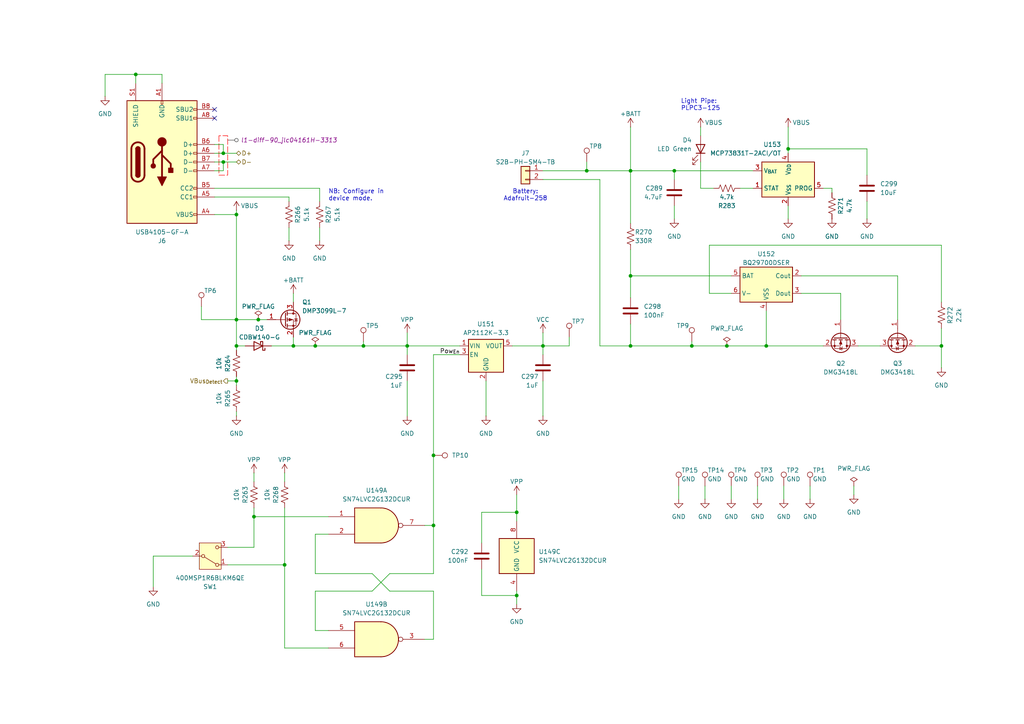
<source format=kicad_sch>
(kicad_sch (version 20250114) (generator "eeschema") (generator_version "9.0")
  (paper "A4")
  (title_block (title "Extracellular Electrophysiology Test Board") (rev "C") (company "Open Ephys, Inc") (comment 1 "Jonathan P. Newman"))
  (lib_symbols
    (symbol "74xGxx:74LVC2G00"
      (property "Reference" "U" (at 2.54 7.62 0))
      (property "Value" "74LVC2G00" (at 7.62 -7.62 0))
      (symbol "74LVC2G00_1_1"
        (arc (start 0 5.08) (mid 5.0579 0) (end 0 -5.08) (stroke (width 0.254)) (fill (type background)))
        (polyline (pts (xy 0 -5.08) (xy -7.62 -5.08) (xy -7.62 5.08) (xy 0 5.08)) (stroke (width 0.254)) (fill (type background)))
        (pin input line (at -15.24 2.54 0) (length 7.62) (name "~") (number "1"))
        (pin input line (at -15.24 -2.54 0) (length 7.62) (name "~") (number "2"))
        (pin output inverted (at 12.7 0 180) (length 7.62) (name "~") (number "7"))
      )
      (symbol "74LVC2G00_2_1"
        (arc (start 0 5.08) (mid 5.0579 0) (end 0 -5.08) (stroke (width 0.254)) (fill (type background)))
        (polyline (pts (xy 0 -5.08) (xy -7.62 -5.08) (xy -7.62 5.08) (xy 0 5.08)) (stroke (width 0.254)) (fill (type background)))
        (pin input line (at -15.24 2.54 0) (length 7.62) (name "~") (number "5"))
        (pin input line (at -15.24 -2.54 0) (length 7.62) (name "~") (number "6"))
        (pin output inverted (at 12.7 0 180) (length 7.62) (name "~") (number "3"))
      )
      (symbol "74LVC2G00_3_0"
        (rectangle (start -5.08 -5.08) (end 5.08 5.08) (stroke (width 0.254)) (fill (type background)))
      )
      (symbol "74LVC2G00_3_1"
        (pin power_in line (at 0 10.16 270) (length 5.08) (name "VCC") (number "8"))
        (pin power_in line (at 0 -10.16 90) (length 5.08) (name "GND") (number "4"))
      )
    )
    (symbol "Battery_Management:BQ297xy"
      (property "Reference" "U" (at -6.35 6.35 0))
      (property "Value" "BQ297xy" (at 5.08 -6.35 0))
      (symbol "BQ297xy_0_1"
        (rectangle (start -7.62 5.08) (end 7.62 -5.08) (stroke (width 0.254)) (fill (type background)))
      )
      (symbol "BQ297xy_1_1"
        (pin input line (at -10.16 2.54 0) (length 2.54) (name "BAT") (number "5"))
        (pin input line (at -10.16 -2.54 0) (length 2.54) (name "V-") (number "6"))
        (pin power_in line (at 0 -7.62 90) (length 2.54) (name "VSS") (number "4"))
        (pin no_connect line (at 7.62 0 180) (length 2.54) (hide yes) (name "NC") (number "1"))
        (pin output line (at 10.16 2.54 180) (length 2.54) (name "Cout") (number "2"))
        (pin output line (at 10.16 -2.54 180) (length 2.54) (name "Dout") (number "3"))
      )
    )
    (symbol "Battery_Management:MCP73831-2-OT"
      (property "Reference" "U" (at -7.62 6.35 0))
      (property "Value" "MCP73831-2-OT" (at 1.27 6.35 0))
      (symbol "MCP73831-2-OT_0_1"
        (rectangle (start -7.62 5.08) (end 7.62 -5.08) (stroke (width 0.254)) (fill (type background)))
      )
      (symbol "MCP73831-2-OT_1_1"
        (pin input line (at -10.16 -2.54 0) (length 2.54) (name "PROG") (number "5"))
        (pin power_in line (at 0 7.62 270) (length 2.54) (name "V_{DD}") (number "4"))
        (pin power_in line (at 0 -7.62 90) (length 2.54) (name "V_{SS}") (number "2"))
        (pin power_out line (at 10.16 2.54 180) (length 2.54) (name "V_{BAT}") (number "3"))
        (pin tri_state line (at 10.16 -2.54 180) (length 2.54) (name "STAT") (number "1"))
      )
    )
    (symbol "Connector:TestPoint" (pin_numbers (hide yes)) (pin_names (offset 0.762) (hide yes))
      (property "Reference" "TP" (at 0 6.858 0))
      (property "Value" "TestPoint" (at 0 5.08 0))
      (symbol "TestPoint_0_1"
        (circle (center 0 3.302) (radius 0.762))
      )
      (symbol "TestPoint_1_1"
        (pin passive line (at 0 0 90) (length 2.54) (name "1") (number "1"))
      )
    )
    (symbol "Connector:USB_C_Receptacle_USB2.0_16P" (pin_names (offset 1.016))
      (property "Reference" "J" (at 0 22.225 0))
      (property "Value" "USB_C_Receptacle_USB2.0_16P" (at 0 19.685 0))
      (symbol "USB_C_Receptacle_USB2.0_16P_0_0"
        (rectangle (start -0.254 -17.78) (end 0.254 -16.764))
        (rectangle (start 10.16 15.494) (end 9.144 14.986))
        (rectangle (start 10.16 10.414) (end 9.144 9.906))
        (rectangle (start 10.16 7.874) (end 9.144 7.366))
        (rectangle (start 10.16 2.794) (end 9.144 2.286))
        (rectangle (start 10.16 0.254) (end 9.144 -0.254))
        (rectangle (start 10.16 -2.286) (end 9.144 -2.794))
        (rectangle (start 10.16 -4.826) (end 9.144 -5.334))
        (rectangle (start 10.16 -12.446) (end 9.144 -12.954))
        (rectangle (start 10.16 -14.986) (end 9.144 -15.494))
      )
      (symbol "USB_C_Receptacle_USB2.0_16P_0_1"
        (rectangle (start -10.16 17.78) (end 10.16 -17.78) (stroke (width 0.254)) (fill (type background)))
        (polyline (pts (xy -8.89 -3.81) (xy -8.89 3.81)) (stroke (width 0.508)))
        (rectangle (start -7.62 -3.81) (end -6.35 3.81) (stroke (width 0.254)) (fill (type outline)))
        (arc (start -7.62 3.81) (mid -6.985 4.4423) (end -6.35 3.81) (stroke (width 0.254)))
        (arc (start -7.62 3.81) (mid -6.985 4.4423) (end -6.35 3.81) (stroke (width 0.254)) (fill (type outline)))
        (arc (start -8.89 3.81) (mid -6.985 5.7067) (end -5.08 3.81) (stroke (width 0.508)))
        (arc (start -5.08 -3.81) (mid -6.985 -5.7067) (end -8.89 -3.81) (stroke (width 0.508)))
        (arc (start -6.35 -3.81) (mid -6.985 -4.4423) (end -7.62 -3.81) (stroke (width 0.254)))
        (arc (start -6.35 -3.81) (mid -6.985 -4.4423) (end -7.62 -3.81) (stroke (width 0.254)) (fill (type outline)))
        (polyline (pts (xy -5.08 3.81) (xy -5.08 -3.81)) (stroke (width 0.508)))
        (circle (center -2.54 1.143) (radius 0.635) (stroke (width 0.254)) (fill (type outline)))
        (polyline (pts (xy -1.27 4.318) (xy 0 6.858) (xy 1.27 4.318) (xy -1.27 4.318)) (stroke (width 0.254)) (fill (type outline)))
        (polyline (pts (xy 0 -2.032) (xy 2.54 0.508) (xy 2.54 1.778)) (stroke (width 0.508)))
        (polyline (pts (xy 0 -3.302) (xy -2.54 -0.762) (xy -2.54 0.508)) (stroke (width 0.508)))
        (polyline (pts (xy 0 -5.842) (xy 0 4.318)) (stroke (width 0.508)))
        (circle (center 0 -5.842) (radius 1.27) (fill (type outline)))
        (rectangle (start 1.905 1.778) (end 3.175 3.048) (stroke (width 0.254)) (fill (type outline)))
      )
      (symbol "USB_C_Receptacle_USB2.0_16P_1_1"
        (pin passive line (at -7.62 -22.86 90) (length 5.08) (name "SHIELD") (number "S1"))
        (pin passive line (at 0 -22.86 90) (length 5.08) (name "GND") (number "A1"))
        (pin passive line (at 0 -22.86 90) (length 5.08) (hide yes) (name "GND") (number "A12"))
        (pin passive line (at 0 -22.86 90) (length 5.08) (hide yes) (name "GND") (number "B1"))
        (pin passive line (at 0 -22.86 90) (length 5.08) (hide yes) (name "GND") (number "B12"))
        (pin passive line (at 15.24 15.24 180) (length 5.08) (name "VBUS") (number "A4"))
        (pin passive line (at 15.24 15.24 180) (length 5.08) (hide yes) (name "VBUS") (number "A9"))
        (pin passive line (at 15.24 15.24 180) (length 5.08) (hide yes) (name "VBUS") (number "B4"))
        (pin passive line (at 15.24 15.24 180) (length 5.08) (hide yes) (name "VBUS") (number "B9"))
        (pin bidirectional line (at 15.24 10.16 180) (length 5.08) (name "CC1") (number "A5"))
        (pin bidirectional line (at 15.24 7.62 180) (length 5.08) (name "CC2") (number "B5"))
        (pin bidirectional line (at 15.24 2.54 180) (length 5.08) (name "D-") (number "A7"))
        (pin bidirectional line (at 15.24 0 180) (length 5.08) (name "D-") (number "B7"))
        (pin bidirectional line (at 15.24 -2.54 180) (length 5.08) (name "D+") (number "A6"))
        (pin bidirectional line (at 15.24 -5.08 180) (length 5.08) (name "D+") (number "B6"))
        (pin bidirectional line (at 15.24 -12.7 180) (length 5.08) (name "SBU1") (number "A8"))
        (pin bidirectional line (at 15.24 -15.24 180) (length 5.08) (name "SBU2") (number "B8"))
      )
    )
    (symbol "Connector_Generic:Conn_01x02" (pin_names (offset 1.016) (hide yes))
      (property "Reference" "J" (at 0 2.54 0))
      (property "Value" "Conn_01x02" (at 0 -5.08 0))
      (symbol "Conn_01x02_1_1"
        (rectangle (start -1.27 1.27) (end 1.27 -3.81) (stroke (width 0.254)) (fill (type background)))
        (rectangle (start -1.27 0.127) (end 0 -0.127) (stroke (width 0.1524)))
        (rectangle (start -1.27 -2.413) (end 0 -2.667) (stroke (width 0.1524)))
        (pin passive line (at -5.08 0 0) (length 3.81) (name "Pin_1") (number "1"))
        (pin passive line (at -5.08 -2.54 0) (length 3.81) (name "Pin_2") (number "2"))
      )
    )
    (symbol "Device:C" (pin_numbers (hide yes)) (pin_names (offset 0.254))
      (property "Reference" "C" (at 0.635 2.54 0))
      (property "Value" "C" (at 0.635 -2.54 0))
      (symbol "C_0_1"
        (polyline (pts (xy -2.032 0.762) (xy 2.032 0.762)) (stroke (width 0.508)))
        (polyline (pts (xy -2.032 -0.762) (xy 2.032 -0.762)) (stroke (width 0.508)))
      )
      (symbol "C_1_1"
        (pin passive line (at 0 3.81 270) (length 2.794) (name "~") (number "1"))
        (pin passive line (at 0 -3.81 90) (length 2.794) (name "~") (number "2"))
      )
    )
    (symbol "Device:D_Schottky" (pin_numbers (hide yes)) (pin_names (offset 1.016) (hide yes))
      (property "Reference" "D" (at 0 2.54 0))
      (property "Value" "D_Schottky" (at 0 -2.54 0))
      (symbol "D_Schottky_0_1"
        (polyline (pts (xy -1.905 0.635) (xy -1.905 1.27) (xy -1.27 1.27) (xy -1.27 -1.27) (xy -0.635 -1.27) (xy -0.635 -0.635)) (stroke (width 0.254)))
        (polyline (pts (xy 1.27 1.27) (xy 1.27 -1.27) (xy -1.27 0) (xy 1.27 1.27)) (stroke (width 0.254)))
        (polyline (pts (xy 1.27 0) (xy -1.27 0)))
      )
      (symbol "D_Schottky_1_1"
        (pin passive line (at -3.81 0 0) (length 2.54) (name "K") (number "1"))
        (pin passive line (at 3.81 0 180) (length 2.54) (name "A") (number "2"))
      )
    )
    (symbol "Device:LED" (pin_numbers (hide yes)) (pin_names (offset 1.016) (hide yes))
      (property "Reference" "D" (at 0 2.54 0))
      (property "Value" "LED" (at 0 -2.54 0))
      (symbol "LED_0_1"
        (polyline (pts (xy -3.048 -0.762) (xy -4.572 -2.286) (xy -3.81 -2.286) (xy -4.572 -2.286) (xy -4.572 -1.524)))
        (polyline (pts (xy -1.778 -0.762) (xy -3.302 -2.286) (xy -2.54 -2.286) (xy -3.302 -2.286) (xy -3.302 -1.524)))
        (polyline (pts (xy -1.27 0) (xy 1.27 0)))
        (polyline (pts (xy -1.27 -1.27) (xy -1.27 1.27)) (stroke (width 0.254)))
        (polyline (pts (xy 1.27 -1.27) (xy 1.27 1.27) (xy -1.27 0) (xy 1.27 -1.27)) (stroke (width 0.254)))
      )
      (symbol "LED_1_1"
        (pin passive line (at -3.81 0 0) (length 2.54) (name "K") (number "1"))
        (pin passive line (at 3.81 0 180) (length 2.54) (name "A") (number "2"))
      )
    )
    (symbol "Device:R_US" (pin_numbers (hide yes)) (pin_names (offset 0))
      (property "Reference" "R" (at 2.54 0 90))
      (property "Value" "R_US" (at -2.54 0 90))
      (symbol "R_US_0_1"
        (polyline (pts (xy 0 2.286) (xy 0 2.54)))
        (polyline (pts (xy 0 2.286) (xy 1.016 1.905) (xy 0 1.524) (xy -1.016 1.143) (xy 0 0.762)))
        (polyline (pts (xy 0 0.762) (xy 1.016 0.381) (xy 0 0) (xy -1.016 -0.381) (xy 0 -0.762)))
        (polyline (pts (xy 0 -0.762) (xy 1.016 -1.143) (xy 0 -1.524) (xy -1.016 -1.905) (xy 0 -2.286)))
        (polyline (pts (xy 0 -2.286) (xy 0 -2.54)))
      )
      (symbol "R_US_1_1"
        (pin passive line (at 0 3.81 270) (length 1.27) (name "~") (number "1"))
        (pin passive line (at 0 -3.81 90) (length 1.27) (name "~") (number "2"))
      )
    )
    (symbol "Regulator_Linear:AP2112K-3.3" (pin_names (offset 0.254))
      (property "Reference" "U" (at -5.08 5.715 0))
      (property "Value" "AP2112K-3.3" (at 0 5.715 0))
      (symbol "AP2112K-3.3_0_1"
        (rectangle (start -5.08 4.445) (end 5.08 -5.08) (stroke (width 0.254)) (fill (type background)))
      )
      (symbol "AP2112K-3.3_1_1"
        (pin power_in line (at -7.62 2.54 0) (length 2.54) (name "VIN") (number "1"))
        (pin input line (at -7.62 0 0) (length 2.54) (name "EN") (number "3"))
        (pin power_in line (at 0 -7.62 90) (length 2.54) (name "GND") (number "2"))
        (pin no_connect line (at 5.08 0 180) (length 2.54) (hide yes) (name "NC") (number "4"))
        (pin power_out line (at 7.62 2.54 180) (length 2.54) (name "VOUT") (number "5"))
      )
    )
    (symbol "Switch:SW_SPDT" (pin_names (offset 0) (hide yes))
      (property "Reference" "SW" (at 0 5.08 0))
      (property "Value" "SW_SPDT" (at 0 -5.08 0))
      (symbol "SW_SPDT_0_1"
        (circle (center -2.032 0) (radius 0.4572))
        (polyline (pts (xy -1.651 0.254) (xy 1.651 2.286)))
        (circle (center 2.032 2.54) (radius 0.4572))
        (circle (center 2.032 -2.54) (radius 0.4572))
      )
      (symbol "SW_SPDT_1_1"
        (rectangle (start -3.175 3.81) (end 3.175 -3.81) (fill (type background)))
        (pin passive line (at -5.08 0 0) (length 2.54) (name "B") (number "2"))
        (pin passive line (at 5.08 2.54 180) (length 2.54) (name "A") (number "1"))
        (pin passive line (at 5.08 -2.54 180) (length 2.54) (name "C") (number "3"))
      )
    )
    (symbol "Transistor_FET:DMG2301L" (pin_names (hide yes))
      (property "Reference" "Q" (at 5.08 1.905 0))
      (property "Value" "DMG2301L" (at 5.08 0 0))
      (symbol "DMG2301L_0_1"
        (polyline (pts (xy 0.254 1.905) (xy 0.254 -1.905)) (stroke (width 0.254)))
        (polyline (pts (xy 0.254 0) (xy -2.54 0)))
        (polyline (pts (xy 0.762 2.286) (xy 0.762 1.27)) (stroke (width 0.254)))
        (polyline (pts (xy 0.762 1.778) (xy 3.302 1.778) (xy 3.302 -1.778) (xy 0.762 -1.778)))
        (polyline (pts (xy 0.762 0.508) (xy 0.762 -0.508)) (stroke (width 0.254)))
        (polyline (pts (xy 0.762 -1.27) (xy 0.762 -2.286)) (stroke (width 0.254)))
        (circle (center 1.651 0) (radius 2.794) (stroke (width 0.254)))
        (polyline (pts (xy 2.286 0) (xy 1.27 0.381) (xy 1.27 -0.381) (xy 2.286 0)) (fill (type outline)))
        (polyline (pts (xy 2.54 2.54) (xy 2.54 1.778)))
        (circle (center 2.54 1.778) (radius 0.254) (fill (type outline)))
        (circle (center 2.54 -1.778) (radius 0.254) (fill (type outline)))
        (polyline (pts (xy 2.54 -2.54) (xy 2.54 0) (xy 0.762 0)))
        (polyline (pts (xy 2.794 -0.508) (xy 2.921 -0.381) (xy 3.683 -0.381) (xy 3.81 -0.254)))
        (polyline (pts (xy 3.302 -0.381) (xy 2.921 0.254) (xy 3.683 0.254) (xy 3.302 -0.381)))
      )
      (symbol "DMG2301L_1_1"
        (pin input line (at -5.08 0 0) (length 2.54) (name "G") (number "1"))
        (pin passive line (at 2.54 5.08 270) (length 2.54) (name "D") (number "3"))
        (pin passive line (at 2.54 -5.08 90) (length 2.54) (name "S") (number "2"))
      )
    )
    (symbol "Transistor_FET:DMG3414U" (pin_names (hide yes))
      (property "Reference" "Q" (at 5.08 1.905 0))
      (property "Value" "DMG3414U" (at 5.08 0 0))
      (symbol "DMG3414U_0_1"
        (polyline (pts (xy 0.254 1.905) (xy 0.254 -1.905)) (stroke (width 0.254)))
        (polyline (pts (xy 0.254 0) (xy -2.54 0)))
        (polyline (pts (xy 0.762 2.286) (xy 0.762 1.27)) (stroke (width 0.254)))
        (polyline (pts (xy 0.762 0.508) (xy 0.762 -0.508)) (stroke (width 0.254)))
        (polyline (pts (xy 0.762 -1.27) (xy 0.762 -2.286)) (stroke (width 0.254)))
        (polyline (pts (xy 0.762 -1.778) (xy 3.302 -1.778) (xy 3.302 1.778) (xy 0.762 1.778)))
        (polyline (pts (xy 1.016 0) (xy 2.032 0.381) (xy 2.032 -0.381) (xy 1.016 0)) (fill (type outline)))
        (circle (center 1.651 0) (radius 2.794) (stroke (width 0.254)))
        (polyline (pts (xy 2.54 2.54) (xy 2.54 1.778)))
        (circle (center 2.54 1.778) (radius 0.254) (fill (type outline)))
        (circle (center 2.54 -1.778) (radius 0.254) (fill (type outline)))
        (polyline (pts (xy 2.54 -2.54) (xy 2.54 0) (xy 0.762 0)))
        (polyline (pts (xy 2.794 0.508) (xy 2.921 0.381) (xy 3.683 0.381) (xy 3.81 0.254)))
        (polyline (pts (xy 3.302 0.381) (xy 2.921 -0.254) (xy 3.683 -0.254) (xy 3.302 0.381)))
      )
      (symbol "DMG3414U_1_1"
        (pin input line (at -5.08 0 0) (length 2.54) (name "G") (number "1"))
        (pin passive line (at 2.54 5.08 270) (length 2.54) (name "D") (number "3"))
        (pin passive line (at 2.54 -5.08 90) (length 2.54) (name "S") (number "2"))
      )
    )
    (symbol "power:+BATT" (power) (pin_numbers (hide yes)) (pin_names (offset 0) (hide yes))
      (property "Value" "+BATT" (at 0 3.556 0))
      (symbol "+BATT_0_1"
        (polyline (pts (xy -0.762 1.27) (xy 0 2.54)))
        (polyline (pts (xy 0 2.54) (xy 0.762 1.27)))
        (polyline (pts (xy 0 0) (xy 0 2.54)))
      )
      (symbol "+BATT_1_1"
        (pin power_in line (at 0 0 90) (length 0) (name "~") (number "1"))
      )
    )
    (symbol "power:GND" (power) (pin_numbers (hide yes)) (pin_names (offset 0) (hide yes))
      (property "Value" "GND" (at 0 -3.81 0))
      (symbol "GND_0_1"
        (polyline (pts (xy 0 0) (xy 0 -1.27) (xy 1.27 -1.27) (xy 0 -2.54) (xy -1.27 -1.27) (xy 0 -1.27)))
      )
      (symbol "GND_1_1"
        (pin power_in line (at 0 0 270) (length 0) (name "~") (number "1"))
      )
    )
    (symbol "power:PWR_FLAG" (power) (pin_numbers (hide yes)) (pin_names (offset 0) (hide yes))
      (property "Value" "PWR_FLAG" (at 0 3.81 0))
      (symbol "PWR_FLAG_0_0"
        (pin power_out line (at 0 0 90) (length 0) (name "~") (number "1"))
      )
      (symbol "PWR_FLAG_0_1"
        (polyline (pts (xy 0 0) (xy 0 1.27) (xy -1.016 1.905) (xy 0 2.54) (xy 1.016 1.905) (xy 0 1.27)))
      )
    )
    (symbol "power:VBUS" (power) (pin_numbers (hide yes)) (pin_names (offset 0) (hide yes))
      (property "Value" "VBUS" (at 0 3.556 0))
      (symbol "VBUS_0_1"
        (polyline (pts (xy -0.762 1.27) (xy 0 2.54)))
        (polyline (pts (xy 0 2.54) (xy 0.762 1.27)))
        (polyline (pts (xy 0 0) (xy 0 2.54)))
      )
      (symbol "VBUS_1_1"
        (pin power_in line (at 0 0 90) (length 0) (name "~") (number "1"))
      )
    )
    (symbol "power:VCC" (power) (pin_numbers (hide yes)) (pin_names (offset 0) (hide yes))
      (property "Value" "VCC" (at 0 3.556 0))
      (symbol "VCC_0_1"
        (polyline (pts (xy -0.762 1.27) (xy 0 2.54)))
        (polyline (pts (xy 0 2.54) (xy 0.762 1.27)))
        (polyline (pts (xy 0 0) (xy 0 2.54)))
      )
      (symbol "VCC_1_1"
        (pin power_in line (at 0 0 90) (length 0) (name "~") (number "1"))
      )
    )
    (symbol "power:VPP" (power) (pin_numbers (hide yes)) (pin_names (offset 0) (hide yes))
      (property "Value" "VPP" (at 0 3.556 0))
      (symbol "VPP_0_1"
        (polyline (pts (xy -0.762 1.27) (xy 0 2.54)))
        (polyline (pts (xy 0 2.54) (xy 0.762 1.27)))
        (polyline (pts (xy 0 0) (xy 0 2.54)))
      )
      (symbol "VPP_1_1"
        (pin power_in line (at 0 0 90) (length 0) (name "~") (number "1"))
      )
    )
  )
  (text "Battery:\nAdafruit-258\n" (at 152.4 58.42 0) (effects (font (size 1.27 1.27)) (justify bottom)))
  (text "NB: Configure in\ndevice mode." (at 95.25 58.42 0) (effects (font (size 1.27 1.27)) (justify left bottom)))
  (text "Light Pipe: \nPLPC3-125" (at 203.2 30.48 0) (effects (font (size 1.27 1.27))))
  (junction (at 82.55 163.83))
  (junction (at 118.11 100.33))
  (junction (at 125.73 152.4))
  (junction (at 91.44 100.33))
  (junction (at 200.66 100.33))
  (junction (at 195.58 49.53))
  (junction (at 105.41 100.33))
  (junction (at 85.09 100.33))
  (junction (at 182.88 80.01))
  (junction (at 68.58 110.49))
  (junction (at 210.82 100.33))
  (junction (at 157.48 100.33))
  (junction (at 73.66 149.86))
  (junction (at 170.18 49.53))
  (junction (at 39.37 21.59))
  (junction (at 222.25 100.33))
  (junction (at 64.77 44.45))
  (junction (at 149.86 172.72))
  (junction (at 64.77 46.99))
  (junction (at 68.58 100.33))
  (junction (at 182.88 49.53))
  (junction (at 273.05 100.33))
  (junction (at 68.58 62.23))
  (junction (at 182.88 100.33))
  (junction (at 125.73 132.08))
  (junction (at 228.6 43.18))
  (junction (at 68.58 92.71))
  (junction (at 149.86 148.59))
  (junction (at 74.93 92.71))
  (no_connect (at 62.23 34.29))
  (no_connect (at 62.23 31.75))
  (wire (pts (xy 66.04 158.75) (xy 73.66 158.75)))
  (wire (pts (xy 212.09 140.97) (xy 212.09 144.78)))
  (wire (pts (xy 95.25 187.96) (xy 82.55 187.96)))
  (wire (pts (xy 64.77 44.45) (xy 68.58 44.45)))
  (wire (pts (xy 241.3 54.61) (xy 241.3 55.88)))
  (wire (pts (xy 200.66 99.06) (xy 200.66 100.33)))
  (wire (pts (xy 123.19 185.42) (xy 125.73 185.42)))
  (wire (pts (xy 149.86 171.45) (xy 149.86 172.72)))
  (wire (pts (xy 149.86 143.51) (xy 149.86 148.59)))
  (wire (pts (xy 39.37 21.59) (xy 39.37 24.13)))
  (wire (pts (xy 251.46 43.18) (xy 251.46 50.8)))
  (wire (pts (xy 203.2 36.83) (xy 203.2 39.37)))
  (wire (pts (xy 207.01 54.61) (xy 203.2 54.61)))
  (wire (pts (xy 196.85 140.97) (xy 196.85 144.78)))
  (wire (pts (xy 238.76 54.61) (xy 241.3 54.61)))
  (wire (pts (xy 139.7 172.72) (xy 149.86 172.72)))
  (wire (pts (xy 85.09 85.09) (xy 85.09 87.63)))
  (wire (pts (xy 173.99 100.33) (xy 182.88 100.33)))
  (wire (pts (xy 91.44 154.94) (xy 91.44 166.37)))
  (wire (pts (xy 62.23 49.53) (xy 64.77 49.53)))
  (wire (pts (xy 149.86 148.59) (xy 149.86 151.13)))
  (wire (pts (xy 83.82 57.15) (xy 83.82 58.42)))
  (wire (pts (xy 157.48 52.07) (xy 173.99 52.07)))
  (wire (pts (xy 165.1 97.79) (xy 165.1 100.33)))
  (wire (pts (xy 68.58 92.71) (xy 68.58 100.33)))
  (wire (pts (xy 203.2 54.61) (xy 203.2 46.99)))
  (wire (pts (xy 73.66 149.86) (xy 73.66 158.75)))
  (wire (pts (xy 205.74 71.12) (xy 273.05 71.12)))
  (wire (pts (xy 73.66 149.86) (xy 73.66 147.32)))
  (wire (pts (xy 273.05 95.25) (xy 273.05 100.33)))
  (wire (pts (xy 204.47 140.97) (xy 204.47 144.78)))
  (wire (pts (xy 82.55 137.16) (xy 82.55 139.7)))
  (wire (pts (xy 30.48 21.59) (xy 30.48 27.94)))
  (wire (pts (xy 91.44 182.88) (xy 95.25 182.88)))
  (wire (pts (xy 212.09 85.09) (xy 205.74 85.09)))
  (wire (pts (xy 243.84 85.09) (xy 232.41 85.09)))
  (wire (pts (xy 118.11 96.52) (xy 118.11 100.33)))
  (wire (pts (xy 182.88 80.01) (xy 212.09 80.01)))
  (wire (pts (xy 68.58 101.6) (xy 68.58 100.33)))
  (wire (pts (xy 222.25 100.33) (xy 210.82 100.33)))
  (wire (pts (xy 125.73 171.45) (xy 113.03 171.45)))
  (wire (pts (xy 118.11 110.49) (xy 118.11 120.65)))
  (wire (pts (xy 68.58 110.49) (xy 68.58 111.76)))
  (wire (pts (xy 118.11 100.33) (xy 133.35 100.33)))
  (wire (pts (xy 64.77 46.99) (xy 68.58 46.99)))
  (wire (pts (xy 107.95 166.37) (xy 113.03 171.45)))
  (wire (pts (xy 118.11 100.33) (xy 118.11 102.87)))
  (wire (pts (xy 91.44 171.45) (xy 91.44 182.88)))
  (wire (pts (xy 165.1 100.33) (xy 157.48 100.33)))
  (wire (pts (xy 68.58 92.71) (xy 74.93 92.71)))
  (wire (pts (xy 62.23 46.99) (xy 64.77 46.99)))
  (wire (pts (xy 55.88 161.29) (xy 44.45 161.29)))
  (wire (pts (xy 91.44 171.45) (xy 107.95 171.45)))
  (wire (pts (xy 92.71 66.04) (xy 92.71 69.85)))
  (wire (pts (xy 228.6 43.18) (xy 228.6 44.45)))
  (wire (pts (xy 64.77 46.99) (xy 64.77 49.53)))
  (wire (pts (xy 66.04 163.83) (xy 82.55 163.83)))
  (wire (pts (xy 91.44 166.37) (xy 107.95 166.37)))
  (wire (pts (xy 62.23 41.91) (xy 64.77 41.91)))
  (wire (pts (xy 46.99 21.59) (xy 39.37 21.59)))
  (wire (pts (xy 149.86 148.59) (xy 139.7 148.59)))
  (wire (pts (xy 273.05 100.33) (xy 265.43 100.33)))
  (wire (pts (xy 170.18 49.53) (xy 182.88 49.53)))
  (wire (pts (xy 200.66 100.33) (xy 210.82 100.33)))
  (wire (pts (xy 157.48 49.53) (xy 170.18 49.53)))
  (wire (pts (xy 170.18 46.99) (xy 170.18 49.53)))
  (wire (pts (xy 91.44 100.33) (xy 105.41 100.33)))
  (wire (pts (xy 195.58 59.69) (xy 195.58 63.5)))
  (wire (pts (xy 247.65 140.97) (xy 247.65 143.51)))
  (wire (pts (xy 182.88 80.01) (xy 182.88 86.36)))
  (wire (pts (xy 91.44 100.33) (xy 85.09 100.33)))
  (wire (pts (xy 195.58 49.53) (xy 218.44 49.53)))
  (wire (pts (xy 68.58 60.96) (xy 68.58 62.23)))
  (wire (pts (xy 123.19 152.4) (xy 125.73 152.4)))
  (wire (pts (xy 149.86 172.72) (xy 149.86 175.26)))
  (wire (pts (xy 148.59 100.33) (xy 157.48 100.33)))
  (wire (pts (xy 234.95 140.97) (xy 234.95 144.78)))
  (wire (pts (xy 205.74 85.09) (xy 205.74 71.12)))
  (wire (pts (xy 125.73 132.08) (xy 125.73 152.4)))
  (wire (pts (xy 273.05 100.33) (xy 273.05 106.68)))
  (wire (pts (xy 68.58 110.49) (xy 66.04 110.49)))
  (wire (pts (xy 82.55 163.83) (xy 82.55 147.32)))
  (wire (pts (xy 139.7 148.59) (xy 139.7 157.48)))
  (wire (pts (xy 113.03 166.37) (xy 125.73 166.37)))
  (wire (pts (xy 273.05 71.12) (xy 273.05 87.63)))
  (wire (pts (xy 125.73 171.45) (xy 125.73 185.42)))
  (wire (pts (xy 68.58 109.22) (xy 68.58 110.49)))
  (wire (pts (xy 243.84 92.71) (xy 243.84 85.09)))
  (wire (pts (xy 182.88 49.53) (xy 182.88 64.77)))
  (wire (pts (xy 219.71 140.97) (xy 219.71 144.78)))
  (wire (pts (xy 182.88 93.98) (xy 182.88 100.33)))
  (wire (pts (xy 74.93 92.71) (xy 77.47 92.71)))
  (wire (pts (xy 62.23 44.45) (xy 64.77 44.45)))
  (wire (pts (xy 140.97 110.49) (xy 140.97 120.65)))
  (wire (pts (xy 105.41 100.33) (xy 118.11 100.33)))
  (wire (pts (xy 232.41 80.01) (xy 260.35 80.01)))
  (wire (pts (xy 139.7 165.1) (xy 139.7 172.72)))
  (wire (pts (xy 105.41 99.06) (xy 105.41 100.33)))
  (wire (pts (xy 58.42 88.9) (xy 58.42 92.71)))
  (wire (pts (xy 92.71 54.61) (xy 92.71 58.42)))
  (wire (pts (xy 82.55 163.83) (xy 82.55 187.96)))
  (wire (pts (xy 157.48 110.49) (xy 157.48 120.65)))
  (wire (pts (xy 68.58 100.33) (xy 71.12 100.33)))
  (wire (pts (xy 228.6 36.83) (xy 228.6 43.18)))
  (wire (pts (xy 91.44 154.94) (xy 95.25 154.94)))
  (wire (pts (xy 182.88 36.83) (xy 182.88 49.53)))
  (wire (pts (xy 78.74 100.33) (xy 85.09 100.33)))
  (wire (pts (xy 214.63 54.61) (xy 218.44 54.61)))
  (wire (pts (xy 157.48 100.33) (xy 157.48 102.87)))
  (wire (pts (xy 125.73 102.87) (xy 125.73 132.08)))
  (wire (pts (xy 173.99 52.07) (xy 173.99 100.33)))
  (wire (pts (xy 73.66 137.16) (xy 73.66 139.7)))
  (wire (pts (xy 68.58 62.23) (xy 68.58 92.71)))
  (wire (pts (xy 195.58 49.53) (xy 195.58 52.07)))
  (wire (pts (xy 73.66 149.86) (xy 95.25 149.86)))
  (wire (pts (xy 238.76 100.33) (xy 222.25 100.33)))
  (wire (pts (xy 85.09 97.79) (xy 85.09 100.33)))
  (wire (pts (xy 83.82 66.04) (xy 83.82 69.85)))
  (wire (pts (xy 62.23 57.15) (xy 83.82 57.15)))
  (wire (pts (xy 125.73 102.87) (xy 133.35 102.87)))
  (wire (pts (xy 248.92 100.33) (xy 255.27 100.33)))
  (wire (pts (xy 182.88 72.39) (xy 182.88 80.01)))
  (wire (pts (xy 62.23 54.61) (xy 92.71 54.61)))
  (wire (pts (xy 58.42 92.71) (xy 68.58 92.71)))
  (wire (pts (xy 251.46 58.42) (xy 251.46 63.5)))
  (wire (pts (xy 260.35 80.01) (xy 260.35 92.71)))
  (wire (pts (xy 227.33 140.97) (xy 227.33 144.78)))
  (wire (pts (xy 68.58 119.38) (xy 68.58 120.65)))
  (wire (pts (xy 125.73 152.4) (xy 125.73 166.37)))
  (wire (pts (xy 107.95 171.45) (xy 113.03 166.37)))
  (wire (pts (xy 157.48 96.52) (xy 157.48 100.33)))
  (wire (pts (xy 39.37 21.59) (xy 30.48 21.59)))
  (wire (pts (xy 228.6 59.69) (xy 228.6 63.5)))
  (wire (pts (xy 182.88 49.53) (xy 195.58 49.53)))
  (wire (pts (xy 62.23 62.23) (xy 68.58 62.23)))
  (wire (pts (xy 44.45 161.29) (xy 44.45 170.18)))
  (wire (pts (xy 46.99 24.13) (xy 46.99 21.59)))
  (wire (pts (xy 228.6 43.18) (xy 251.46 43.18)))
  (wire (pts (xy 222.25 100.33) (xy 222.25 90.17)))
  (wire (pts (xy 182.88 100.33) (xy 200.66 100.33)))
  (wire (pts (xy 64.77 41.91) (xy 64.77 44.45)))
  (label "Pow_{En}" (at 133.35 102.87 180))
  (hierarchical_label "VBus_{Detect}" (shape output) (at 66.04 110.49 180))
  (hierarchical_label "D-" (shape bidirectional) (at 68.58 46.99 0))
  (hierarchical_label "D+" (shape bidirectional) (at 68.58 44.45 0))
  (rule_area (polyline (pts (xy 63.5 39.37) (xy 63.5 50.8) (xy 66.04 50.8) (xy 66.04 39.37)) (stroke (width 0) (type dash))))
  (netclass_flag "" (length 2.54) (shape round) (at 66.04 40.64 270) (property "Netclass" "l1-diff-90_jlc04161H-3313" (at 69.85 40.64 0) (effects (font (italic yes)) (justify left))))
  (symbol (lib_id "power:GND") (at 118.11 120.65 0) (mirror y) (unit 1)
    (property "Reference" "#PWR0748" (effects (hide yes)))
    (property "Value" "GND" (at 118.11 125.73 0))
    (property "Description" "Power symbol creates a global label with name \"GND\" , ground" (effects (hide yes)))
  )
  (symbol (lib_id "power:GND") (at 196.85 144.78 0) (mirror y) (unit 1)
    (property "Reference" "#PWR0782" (effects (hide yes)))
    (property "Value" "GND" (at 196.85 149.86 0))
    (property "Description" "Power symbol creates a global label with name \"GND\" , ground" (effects (hide yes)))
  )
  (symbol (lib_id "Device:R_US") (at 68.58 105.41 0) (unit 1)
    (property "Reference" "R264" (at 66.04 105.41 90))
    (property "Value" "10k" (at 63.5 105.41 90))
    (property "Footprint" "Resistor_SMD:R_0402_1005Metric" (effects (hide yes)))
    (property "Description" "Resistor, US symbol" (effects (hide yes)))
    (property "OEPSPN" "OEPS020030" (effects (hide yes)))
    (property "MPN" "CRCW040210K0FKED" (effects (hide yes)))
  )
  (symbol (lib_id "Connector:TestPoint") (at 165.1 97.79 0) (unit 1) (in_bom no)
    (property "Reference" "TP7" (at 165.862 93.218 0) (effects (justify left)))
    (property "Value" "VCC" (effects (hide yes)))
    (property "Footprint" "TestPoint:TestPoint_Pad_D2.0mm" (effects (hide yes)))
    (property "Description" "test point" (effects (hide yes)))
  )
  (symbol (lib_id "Connector:TestPoint") (at 125.73 132.08 270) (unit 1) (in_bom no)
    (property "Reference" "TP10" (at 131.064 132.08 90) (effects (justify left)))
    (property "Value" "GND" (effects (hide yes)))
    (property "Footprint" "TestPoint:TestPoint_Pad_D2.0mm" (effects (hide yes)))
    (property "Description" "test point" (effects (hide yes)))
  )
  (symbol (lib_id "power:VPP") (at 82.55 137.16 0) (unit 1)
    (property "Reference" "#PWR0733" (effects (hide yes)))
    (property "Value" "VPP" (at 82.55 133.35 0))
    (property "Description" "Power symbol creates a global label with name \"VPP\"" (effects (hide yes)))
  )
  (symbol (lib_id "power:GND") (at 204.47 144.78 0) (mirror y) (unit 1)
    (property "Reference" "#PWR0781" (effects (hide yes)))
    (property "Value" "GND" (at 204.47 149.86 0))
    (property "Description" "Power symbol creates a global label with name \"GND\" , ground" (effects (hide yes)))
  )
  (symbol (lib_id "Device:R_US") (at 68.58 115.57 0) (unit 1)
    (property "Reference" "R265" (at 66.04 115.57 90))
    (property "Value" "10k" (at 63.5 115.57 90))
    (property "Footprint" "Resistor_SMD:R_0402_1005Metric" (effects (hide yes)))
    (property "Description" "Resistor, US symbol" (effects (hide yes)))
    (property "OEPSPN" "OEPS020030" (effects (hide yes)))
    (property "MPN" "CRCW040210K0FKED" (effects (hide yes)))
  )
  (symbol (lib_id "Device:LED") (at 203.2 43.18 270) (mirror x) (unit 1)
    (property "Reference" "D4" (at 200.66 40.64 90) (effects (justify right)))
    (property "Value" "LED Green" (at 200.66 43.18 90) (effects (justify right)))
    (property "Footprint" "LED_SMD:LED_0603_1608Metric" (effects (hide yes)))
    (property "Description" "Light emitting diode" (effects (hide yes)))
    (property "Sim.Pins" "1=K 2=A" (effects (hide yes)))
    (property "OEPSPN" "OEPS030033" (effects (hide yes)))
    (property "MPN" "150060GS75000" (effects (hide yes)))
  )
  (symbol (lib_id "power:GND") (at 195.58 63.5 0) (mirror y) (unit 1)
    (property "Reference" "#PWR0723" (effects (hide yes)))
    (property "Value" "GND" (at 195.58 68.58 0))
    (property "Description" "Power symbol creates a global label with name \"GND\" , ground" (effects (hide yes)))
  )
  (symbol (lib_id "Device:C") (at 195.58 55.88 0) (mirror y) (unit 1)
    (property "Reference" "C289" (at 192.278 54.61 0) (effects (justify left)))
    (property "Value" "4.7uF" (at 192.278 57.15 0) (effects (justify left)))
    (property "Footprint" "Capacitor_SMD:C_1206_3216Metric" (effects (hide yes)))
    (property "Description" "Unpolarized capacitor" (effects (hide yes)))
    (property "TempCo" "X7R" (effects (hide yes)))
    (property "Voltage" "16V" (effects (hide yes)))
    (property "OEPSPN" "OEPS010081" (effects (hide yes)))
    (property "MPN" "CL31B475KOHNNNE" (effects (hide yes)))
  )
  (symbol (lib_id "Device:C") (at 157.48 106.68 0) (unit 1)
    (property "Reference" "C297" (at 156.21 109.22 0) (effects (justify right)))
    (property "Value" "1uF" (at 156.21 111.76 0) (effects (justify right)))
    (property "Footprint" "Capacitor_SMD:C_0603_1608Metric" (effects (hide yes)))
    (property "Description" "Unpolarized capacitor" (effects (hide yes)))
    (property "TempCo" "X5R" (effects (hide yes)))
    (property "Voltage" "25V" (effects (hide yes)))
    (property "OEPSPN" "OEPS010022" (effects (hide yes)))
    (property "MPN" "CL10A105KA8NNNC" (effects (hide yes)))
  )
  (symbol (lib_id "power:GND") (at 30.48 27.94 0) (mirror y) (unit 1)
    (property "Reference" "#PWR0732" (effects (hide yes)))
    (property "Value" "GND" (at 30.48 33.02 0))
    (property "Description" "Power symbol creates a global label with name \"GND\" , ground" (effects (hide yes)))
  )
  (symbol (lib_id "Connector:TestPoint") (at 58.42 88.9 0) (unit 1) (in_bom no)
    (property "Reference" "TP6" (at 59.182 84.328 0) (effects (justify left)))
    (property "Value" "GND" (effects (hide yes)))
    (property "Footprint" "TestPoint:TestPoint_Pad_D2.0mm" (effects (hide yes)))
    (property "Description" "test point" (effects (hide yes)))
  )
  (symbol (lib_id "power:GND") (at 219.71 144.78 0) (mirror y) (unit 1)
    (property "Reference" "#PWR0779" (effects (hide yes)))
    (property "Value" "GND" (at 219.71 149.86 0))
    (property "Description" "Power symbol creates a global label with name \"GND\" , ground" (effects (hide yes)))
  )
  (symbol (lib_id "power:VCC") (at 157.48 96.52 0) (mirror y) (unit 1)
    (property "Reference" "#PWR0751" (effects (hide yes)))
    (property "Value" "VCC" (at 157.48 92.71 0))
    (property "Description" "Power symbol creates a global label with name \"VCC\"" (effects (hide yes)))
  )
  (symbol (lib_id "power:GND") (at 212.09 144.78 0) (mirror y) (unit 1)
    (property "Reference" "#PWR0780" (effects (hide yes)))
    (property "Value" "GND" (at 212.09 149.86 0))
    (property "Description" "Power symbol creates a global label with name \"GND\" , ground" (effects (hide yes)))
  )
  (symbol (lib_id "Transistor_FET:DMG3414U") (at 260.35 97.79 90) (mirror x) (unit 1)
    (property "Reference" "Q3" (at 260.35 105.41 90))
    (property "Value" "DMG3418L" (at 260.35 107.95 90))
    (property "Footprint" "Package_TO_SOT_SMD:SOT-23" (effects (hide yes)))
    (property "Datasheet" "http://www.diodes.com/assets/Datasheets/ds31739.pdf" (effects (hide yes)))
    (property "Description" "4.2A Id, 20V Vds, N-Channel MOSFET, SOT-23" (effects (hide yes)))
    (property "OEPSPN" "OEPS060019" (effects (hide yes)))
    (property "MPN" "DMG3418L-7" (effects (hide yes)))
  )
  (symbol (lib_id "Connector:USB_C_Receptacle_USB2.0_16P") (at 46.99 46.99 0) (mirror x) (unit 1)
    (property "Reference" "J6" (at 46.99 69.85 0))
    (property "Value" "USB4105-GF-A" (at 46.99 67.31 0))
    (property "Footprint" "Connector_USB:USB_C_Receptacle_GCT_USB4105-xx-A_16P_TopMnt_Horizontal" (effects (hide yes)))
    (property "Datasheet" "https://www.usb.org/sites/default/files/documents/usb_type-c.zip" (effects (hide yes)))
    (property "Description" "USB 2.0-only 16P Type-C Receptacle connector" (effects (hide yes)))
    (property "OEPSPN" "OEPS070106" (effects (hide yes)))
    (property "MPN" "USB4105-GF-A" (effects (hide yes)))
  )
  (symbol (lib_id "Device:D_Schottky") (at 74.93 100.33 180) (unit 1)
    (property "Reference" "D3" (at 75.2475 95.25 0))
    (property "Value" "CDBW140-G" (at 75.2475 97.79 0))
    (property "Footprint" "Diode_SMD:D_SOD-123" (effects (hide yes)))
    (property "Description" "Schottky diode" (effects (hide yes)))
    (property "OEPSPN" "OEPS030034" (effects (hide yes)))
    (property "MPN" "CDBW140-G" (effects (hide yes)))
  )
  (symbol (lib_id "power:VBUS") (at 228.6 36.83 0) (unit 1)
    (property "Reference" "#PWR0754" (effects (hide yes)))
    (property "Value" "VBUS" (at 232.41 35.56 0))
    (property "Description" "Power symbol creates a global label with name \"VBUS\"" (effects (hide yes)))
  )
  (symbol (lib_id "Device:R_US") (at 273.05 91.44 180) (unit 1)
    (property "Reference" "R272" (at 275.59 91.44 90))
    (property "Value" "2.2k" (at 278.13 91.44 90))
    (property "Footprint" "Resistor_SMD:R_0402_1005Metric" (effects (hide yes)))
    (property "Description" "Resistor, US symbol" (effects (hide yes)))
    (property "OEPSPN" "OEPS020174" (effects (hide yes)))
    (property "MPN" "ERJ-2RKF2201X" (effects (hide yes)))
  )
  (symbol (lib_id "Connector:TestPoint") (at 234.95 140.97 0) (unit 1) (in_bom no)
    (property "Reference" "TP1" (at 235.712 136.398 0) (effects (justify left)))
    (property "Value" "GND" (at 235.712 138.938 0) (effects (justify left)))
    (property "Footprint" "TestPoint:TestPoint_Pad_D2.0mm" (effects (hide yes)))
    (property "Description" "test point" (effects (hide yes)))
  )
  (symbol (lib_id "Device:C") (at 182.88 90.17 0) (mirror y) (unit 1)
    (property "Reference" "C298" (at 186.69 88.9 0) (effects (justify right)))
    (property "Value" "100nF" (at 186.69 91.44 0) (effects (justify right)))
    (property "Footprint" "Capacitor_SMD:C_0402_1005Metric" (effects (hide yes)))
    (property "Description" "Unpolarized capacitor" (effects (hide yes)))
    (property "TempCo" "X7R" (effects (hide yes)))
    (property "OEPSPN" "OEPS010050" (effects (hide yes)))
    (property "MPN" "C1005X7R1E104K050BB" (effects (hide yes)))
  )
  (symbol (lib_id "power:GND") (at 241.3 63.5 0) (mirror y) (unit 1)
    (property "Reference" "#PWR0756" (effects (hide yes)))
    (property "Value" "GND" (at 241.3 68.58 0))
    (property "Description" "Power symbol creates a global label with name \"GND\" , ground" (effects (hide yes)))
  )
  (symbol (lib_id "Device:C") (at 139.7 161.29 0) (unit 1)
    (property "Reference" "C292" (at 135.89 160.02 0) (effects (justify right)))
    (property "Value" "100nF" (at 135.89 162.56 0) (effects (justify right)))
    (property "Footprint" "Capacitor_SMD:C_0402_1005Metric" (effects (hide yes)))
    (property "Description" "Unpolarized capacitor" (effects (hide yes)))
    (property "TempCo" "X7R" (effects (hide yes)))
    (property "OEPSPN" "OEPS010050" (effects (hide yes)))
    (property "MPN" "C1005X7R1E104K050BB" (effects (hide yes)))
  )
  (symbol (lib_id "Transistor_FET:DMG2301L") (at 82.55 92.71 0) (unit 1)
    (property "Reference" "Q1" (at 87.63 87.63 0) (effects (justify left)))
    (property "Value" "DMP3099L-7" (at 87.63 90.17 0) (effects (justify left)))
    (property "Footprint" "Package_TO_SOT_SMD:SOT-23" (effects (hide yes)))
    (property "Datasheet" "https://www.diodes.com/assets/Datasheets/DMG2301L.pdf" (effects (hide yes)))
    (property "Description" "-3A Id, -20V Vds, P-Channel MOSFET, SOT-23" (effects (hide yes)))
    (property "OEPSPN" "OEPS060020" (effects (hide yes)))
    (property "MPN" "DMP3099L-7" (effects (hide yes)))
  )
  (symbol (lib_id "power:GND") (at 140.97 120.65 0) (mirror y) (unit 1)
    (property "Reference" "#PWR0749" (effects (hide yes)))
    (property "Value" "GND" (at 140.97 125.73 0))
    (property "Description" "Power symbol creates a global label with name \"GND\" , ground" (effects (hide yes)))
  )
  (symbol (lib_id "Device:R_US") (at 82.55 143.51 0) (unit 1)
    (property "Reference" "R268" (at 80.01 143.51 90))
    (property "Value" "10k" (at 77.47 143.51 90))
    (property "Footprint" "Resistor_SMD:R_0402_1005Metric" (effects (hide yes)))
    (property "Description" "Resistor, US symbol" (effects (hide yes)))
    (property "OEPSPN" "OEPS020030" (effects (hide yes)))
    (property "MPN" "CRCW040210K0FKED" (effects (hide yes)))
  )
  (symbol (lib_id "power:PWR_FLAG") (at 247.65 140.97 0) (unit 1)
    (property "Reference" "#FLG03" (effects (hide yes)))
    (property "Value" "PWR_FLAG" (at 247.65 135.89 0))
    (property "Description" "Special symbol for telling ERC where power comes from" (effects (hide yes)))
  )
  (symbol (lib_id "power:PWR_FLAG") (at 210.82 100.33 0) (unit 1)
    (property "Reference" "#FLG04" (effects (hide yes)))
    (property "Value" "PWR_FLAG" (at 210.82 95.25 0))
    (property "Description" "Special symbol for telling ERC where power comes from" (effects (hide yes)))
  )
  (symbol (lib_id "power:GND") (at 273.05 106.68 0) (mirror y) (unit 1)
    (property "Reference" "#PWR0758" (effects (hide yes)))
    (property "Value" "GND" (at 273.05 111.76 0))
    (property "Description" "Power symbol creates a global label with name \"GND\" , ground" (effects (hide yes)))
  )
  (symbol (lib_id "power:+BATT") (at 85.09 85.09 0) (unit 1)
    (property "Reference" "#PWR0740" (effects (hide yes)))
    (property "Value" "+BATT" (at 85.09 81.28 0))
    (property "Description" "Power symbol creates a global label with name \"+BATT\"" (effects (hide yes)))
  )
  (symbol (lib_id "Device:R_US") (at 182.88 68.58 180) (unit 1)
    (property "Reference" "R270" (at 186.69 67.31 0))
    (property "Value" "330R" (at 186.69 69.85 0))
    (property "Footprint" "Resistor_SMD:R_0603_1608Metric" (effects (hide yes)))
    (property "Description" "Resistor, US symbol" (effects (hide yes)))
    (property "OEPSPN" "OEPS020037" (effects (hide yes)))
    (property "MPN" "RC0402FR-07330RL" (effects (hide yes)))
  )
  (symbol (lib_id "Connector:TestPoint") (at 219.71 140.97 0) (unit 1) (in_bom no)
    (property "Reference" "TP3" (at 220.472 136.398 0) (effects (justify left)))
    (property "Value" "GND" (at 220.472 138.938 0) (effects (justify left)))
    (property "Footprint" "TestPoint:TestPoint_Pad_D2.0mm" (effects (hide yes)))
    (property "Description" "test point" (effects (hide yes)))
  )
  (symbol (lib_id "power:GND") (at 68.58 120.65 0) (unit 1)
    (property "Reference" "#PWR0736" (effects (hide yes)))
    (property "Value" "GND" (at 68.58 125.73 0))
    (property "Description" "Power symbol creates a global label with name \"GND\" , ground" (effects (hide yes)))
  )
  (symbol (lib_id "power:GND") (at 227.33 144.78 0) (mirror y) (unit 1)
    (property "Reference" "#PWR0778" (effects (hide yes)))
    (property "Value" "GND" (at 227.33 149.86 0))
    (property "Description" "Power symbol creates a global label with name \"GND\" , ground" (effects (hide yes)))
  )
  (symbol (lib_id "Device:C") (at 118.11 106.68 0) (unit 1)
    (property "Reference" "C295" (at 116.84 109.22 0) (effects (justify right)))
    (property "Value" "1uF" (at 116.84 111.76 0) (effects (justify right)))
    (property "Footprint" "Capacitor_SMD:C_0603_1608Metric" (effects (hide yes)))
    (property "Description" "Unpolarized capacitor" (effects (hide yes)))
    (property "TempCo" "X5R" (effects (hide yes)))
    (property "Voltage" "25V" (effects (hide yes)))
    (property "OEPSPN" "OEPS010022" (effects (hide yes)))
    (property "MPN" "CL10A105KA8NNNC" (effects (hide yes)))
  )
  (symbol (lib_id "power:GND") (at 83.82 69.85 0) (mirror y) (unit 1)
    (property "Reference" "#PWR0739" (effects (hide yes)))
    (property "Value" "GND" (at 83.82 74.93 0))
    (property "Description" "Power symbol creates a global label with name \"GND\" , ground" (effects (hide yes)))
  )
  (symbol (lib_id "power:VBUS") (at 203.2 36.83 0) (unit 1)
    (property "Reference" "#PWR0770" (effects (hide yes)))
    (property "Value" "VBUS" (at 207.01 35.56 0))
    (property "Description" "Power symbol creates a global label with name \"VBUS\"" (effects (hide yes)))
  )
  (symbol (lib_id "power:PWR_FLAG") (at 74.93 92.71 0) (unit 1)
    (property "Reference" "#FLG01" (effects (hide yes)))
    (property "Value" "PWR_FLAG" (at 74.93 88.9 0))
    (property "Description" "Special symbol for telling ERC where power comes from" (effects (hide yes)))
  )
  (symbol (lib_id "Connector:TestPoint") (at 227.33 140.97 0) (unit 1) (in_bom no)
    (property "Reference" "TP2" (at 228.092 136.398 0) (effects (justify left)))
    (property "Value" "GND" (at 228.092 138.938 0) (effects (justify left)))
    (property "Footprint" "TestPoint:TestPoint_Pad_D2.0mm" (effects (hide yes)))
    (property "Description" "test point" (effects (hide yes)))
  )
  (symbol (lib_id "power:GND") (at 234.95 144.78 0) (mirror y) (unit 1)
    (property "Reference" "#PWR0777" (effects (hide yes)))
    (property "Value" "GND" (at 234.95 149.86 0))
    (property "Description" "Power symbol creates a global label with name \"GND\" , ground" (effects (hide yes)))
  )
  (symbol (lib_id "Connector:TestPoint") (at 200.66 99.06 0) (mirror y) (unit 1) (in_bom no)
    (property "Reference" "TP9" (at 199.898 94.488 0) (effects (justify left)))
    (property "Value" "GND" (effects (hide yes)))
    (property "Footprint" "TestPoint:TestPoint_Pad_D2.0mm" (effects (hide yes)))
    (property "Description" "test point" (effects (hide yes)))
  )
  (symbol (lib_id "power:GND") (at 247.65 143.51 0) (mirror y) (unit 1)
    (property "Reference" "#PWR0773" (effects (hide yes)))
    (property "Value" "GND" (at 247.65 148.59 0))
    (property "Description" "Power symbol creates a global label with name \"GND\" , ground" (effects (hide yes)))
  )
  (symbol (lib_id "power:GND") (at 251.46 63.5 0) (mirror y) (unit 1)
    (property "Reference" "#PWR0757" (effects (hide yes)))
    (property "Value" "GND" (at 251.46 68.58 0))
    (property "Description" "Power symbol creates a global label with name \"GND\" , ground" (effects (hide yes)))
  )
  (symbol (lib_id "power:PWR_FLAG") (at 91.44 100.33 0) (unit 1)
    (property "Reference" "#FLG02" (effects (hide yes)))
    (property "Value" "PWR_FLAG" (at 91.44 96.52 0))
    (property "Description" "Special symbol for telling ERC where power comes from" (effects (hide yes)))
  )
  (symbol (lib_id "Device:R_US") (at 210.82 54.61 90) (unit 1)
    (property "Reference" "R283" (at 210.82 59.69 90))
    (property "Value" "4.7k" (at 210.82 57.15 90))
    (property "Footprint" "Resistor_SMD:R_0402_1005Metric" (effects (hide yes)))
    (property "Description" "Resistor, US symbol" (effects (hide yes)))
    (property "OEPSPN" "OEPS020010" (effects (hide yes)))
    (property "MPN" "ERJ-2RKF4701X" (effects (hide yes)))
  )
  (symbol (lib_id "Connector_Generic:Conn_01x02") (at 152.4 49.53 0) (mirror y) (unit 1)
    (property "Reference" "J7" (at 152.4 44.45 0))
    (property "Value" "S2B-PH-SM4-TB" (at 152.4 46.99 0))
    (property "Footprint" "Connector_JST:JST_PH_S2B-PH-SM4-TB_1x02-1MP_P2.00mm_Horizontal" (effects (hide yes)))
    (property "Description" "Generic connector, single row, 01x02, script generated (kicad-library-utils/schlib/autogen/connector/)" (effects (hide yes)))
    (property "OEPSPN" "OEPS070105" (effects (hide yes)))
    (property "MPN" "S2B-PH-SM4-TB" (effects (hide yes)))
  )
  (symbol (lib_id "74xGxx:74LVC2G00") (at 110.49 152.4 0) (unit 1)
    (property "Reference" "U149" (at 109.2089 142.24 0))
    (property "Value" "SN74LVC2G132DCUR" (at 109.2089 144.78 0))
    (property "Footprint" "Package_SO:VSSOP-8_2.3x2mm_P0.5mm" (effects (hide yes)))
    (property "Datasheet" "http://www.ti.com/lit/sg/scyt129e/scyt129e.pdf" (effects (hide yes)))
    (property "Description" "Dual NAND Gate, Low-Voltage CMOS" (effects (hide yes)))
    (property "OEPSPN" "OEPS080162" (effects (hide yes)))
    (property "MPN" "SN74LVC2G132DCUR" (effects (hide yes)))
  )
  (symbol (lib_id "Connector:TestPoint") (at 196.85 140.97 0) (unit 1) (in_bom no)
    (property "Reference" "TP15" (at 197.612 136.398 0) (effects (justify left)))
    (property "Value" "GND" (at 197.612 138.938 0) (effects (justify left)))
    (property "Footprint" "TestPoint:TestPoint_Pad_D2.0mm" (effects (hide yes)))
    (property "Description" "test point" (effects (hide yes)))
  )
  (symbol (lib_id "power:GND") (at 44.45 170.18 0) (unit 1)
    (property "Reference" "#PWR0734" (effects (hide yes)))
    (property "Value" "GND" (at 44.45 175.26 0))
    (property "Description" "Power symbol creates a global label with name \"GND\" , ground" (effects (hide yes)))
  )
  (symbol (lib_id "Device:R_US") (at 92.71 62.23 0) (mirror y) (unit 1)
    (property "Reference" "R267" (at 95.25 62.23 90))
    (property "Value" "5.1k" (at 97.79 62.23 90))
    (property "Footprint" "Resistor_SMD:R_0402_1005Metric" (effects (hide yes)))
    (property "Description" "Resistor, US symbol" (effects (hide yes)))
    (property "OEPSPN" "OEPS020173" (effects (hide yes)))
    (property "MPN" "ERJ-2RKF5101X" (effects (hide yes)))
  )
  (symbol (lib_id "Regulator_Linear:AP2112K-3.3") (at 140.97 102.87 0) (unit 1)
    (property "Reference" "U151" (at 140.97 93.98 0))
    (property "Value" "AP2112K-3.3" (at 140.97 96.52 0))
    (property "Footprint" "Package_TO_SOT_SMD:SOT-23-5" (effects (hide yes)))
    (property "Datasheet" "https://www.diodes.com/assets/Datasheets/AP2112.pdf" (effects (hide yes)))
    (property "Description" "600mA low dropout linear regulator, with enable pin, 3.8V-6V input voltage range, 3.3V fixed positive output, SOT-23-5" (effects (hide yes)))
    (property "OEPSPN" "OEPS080155" (effects (hide yes)))
    (property "MPN" "AP2112K-3.3TRG1" (effects (hide yes)))
  )
  (symbol (lib_id "74xGxx:74LVC2G00") (at 149.86 161.29 0) (unit 3)
    (property "Reference" "U149" (at 156.21 160.0199 0) (effects (justify left)))
    (property "Value" "SN74LVC2G132DCUR" (at 156.21 162.5599 0) (effects (justify left)))
    (property "Footprint" "Package_SO:VSSOP-8_2.3x2mm_P0.5mm" (effects (hide yes)))
    (property "Datasheet" "http://www.ti.com/lit/sg/scyt129e/scyt129e.pdf" (effects (hide yes)))
    (property "Description" "Dual NAND Gate, Low-Voltage CMOS" (effects (hide yes)))
    (property "OEPSPN" "OEPS080162" (effects (hide yes)))
    (property "MPN" "SN74LVC2G132DCUR" (effects (hide yes)))
  )
  (symbol (lib_id "Connector:TestPoint") (at 204.47 140.97 0) (unit 1) (in_bom no)
    (property "Reference" "TP14" (at 205.232 136.398 0) (effects (justify left)))
    (property "Value" "GND" (at 205.232 138.938 0) (effects (justify left)))
    (property "Footprint" "TestPoint:TestPoint_Pad_D2.0mm" (effects (hide yes)))
    (property "Description" "test point" (effects (hide yes)))
  )
  (symbol (lib_id "Connector:TestPoint") (at 170.18 46.99 0) (unit 1) (in_bom no)
    (property "Reference" "TP8" (at 170.942 42.418 0) (effects (justify left)))
    (property "Value" "GND" (effects (hide yes)))
    (property "Footprint" "TestPoint:TestPoint_Pad_D2.0mm" (effects (hide yes)))
    (property "Description" "test point" (effects (hide yes)))
  )
  (symbol (lib_id "Switch:SW_SPDT") (at 60.96 161.29 0) (mirror x) (unit 1)
    (property "Reference" "SW1" (at 60.96 170.18 0))
    (property "Value" "400MSP1R6BLKM6QE" (at 60.96 167.64 0))
    (property "Footprint" "open-ephys:ESWITCH_400MSPxR6xxxM6xE" (effects (hide yes)))
    (property "Description" "Switch, single pole double throw" (effects (hide yes)))
    (property "OEPSPN" "OEPS070112" (effects (hide yes)))
    (property "MPN" "400MSP1R6BLKM6QE" (effects (hide yes)))
  )
  (symbol (lib_id "power:VPP") (at 73.66 137.16 0) (unit 1)
    (property "Reference" "#PWR0731" (effects (hide yes)))
    (property "Value" "VPP" (at 73.66 133.35 0))
    (property "Description" "Power symbol creates a global label with name \"VPP\"" (effects (hide yes)))
  )
  (symbol (lib_id "power:VBUS") (at 68.58 60.96 0) (unit 1)
    (property "Reference" "#PWR0735" (effects (hide yes)))
    (property "Value" "VBUS" (at 72.39 59.69 0))
    (property "Description" "Power symbol creates a global label with name \"VBUS\"" (effects (hide yes)))
  )
  (symbol (lib_id "74xGxx:74LVC2G00") (at 110.49 185.42 0) (unit 2)
    (property "Reference" "U149" (at 109.2089 175.26 0))
    (property "Value" "SN74LVC2G132DCUR" (at 109.2089 177.8 0))
    (property "Footprint" "Package_SO:VSSOP-8_2.3x2mm_P0.5mm" (effects (hide yes)))
    (property "Datasheet" "http://www.ti.com/lit/sg/scyt129e/scyt129e.pdf" (effects (hide yes)))
    (property "Description" "Dual NAND Gate, Low-Voltage CMOS" (effects (hide yes)))
    (property "OEPSPN" "OEPS080162" (effects (hide yes)))
    (property "MPN" "SN74LVC2G132DCUR" (effects (hide yes)))
  )
  (symbol (lib_id "power:VPP") (at 149.86 143.51 0) (unit 1)
    (property "Reference" "#PWR0737" (effects (hide yes)))
    (property "Value" "VPP" (at 149.86 139.7 0))
    (property "Description" "Power symbol creates a global label with name \"VPP\"" (effects (hide yes)))
  )
  (symbol (lib_id "power:GND") (at 228.6 63.5 0) (mirror y) (unit 1)
    (property "Reference" "#PWR0755" (effects (hide yes)))
    (property "Value" "GND" (at 228.6 68.58 0))
    (property "Description" "Power symbol creates a global label with name \"GND\" , ground" (effects (hide yes)))
  )
  (symbol (lib_id "Connector:TestPoint") (at 212.09 140.97 0) (unit 1) (in_bom no)
    (property "Reference" "TP4" (at 212.852 136.398 0) (effects (justify left)))
    (property "Value" "GND" (at 212.852 138.938 0) (effects (justify left)))
    (property "Footprint" "TestPoint:TestPoint_Pad_D2.0mm" (effects (hide yes)))
    (property "Description" "test point" (effects (hide yes)))
  )
  (symbol (lib_id "Device:R_US") (at 241.3 59.69 180) (unit 1)
    (property "Reference" "R271" (at 243.84 59.69 90))
    (property "Value" "4.7k" (at 246.38 59.69 90))
    (property "Footprint" "Resistor_SMD:R_0402_1005Metric" (effects (hide yes)))
    (property "Description" "Resistor, US symbol" (effects (hide yes)))
    (property "OEPSPN" "OEPS020010" (effects (hide yes)))
    (property "MPN" "ERJ-2RKF4701X" (effects (hide yes)))
  )
  (symbol (lib_id "Connector:TestPoint") (at 105.41 99.06 0) (unit 1) (in_bom no)
    (property "Reference" "TP5" (at 106.172 94.488 0) (effects (justify left)))
    (property "Value" "GND" (effects (hide yes)))
    (property "Footprint" "TestPoint:TestPoint_Pad_D2.0mm" (effects (hide yes)))
    (property "Description" "test point" (effects (hide yes)))
  )
  (symbol (lib_id "Battery_Management:BQ297xy") (at 222.25 82.55 0) (unit 1)
    (property "Reference" "U152" (at 222.25 73.66 0))
    (property "Value" "BQ29700DSER" (at 222.25 76.2 0))
    (property "Footprint" "Package_SON:WSON-6_1.5x1.5mm_P0.5mm" (effects (hide yes)))
    (property "Datasheet" "http://www.ti.com/lit/ds/symlink/bq2970.pdf" (effects (hide yes)))
    (property "Description" "Voltage and Current Protection for Single-Cell Li-Ion and Li-Polymer Batteries" (effects (hide yes)))
    (property "OEPSPN" "OEPS080156" (effects (hide yes)))
    (property "MPN" "BQ29700DSER" (effects (hide yes)))
  )
  (symbol (lib_id "Device:C") (at 251.46 54.61 0) (mirror y) (unit 1)
    (property "Reference" "C299" (at 255.27 53.34 0) (effects (justify right)))
    (property "Value" "10uF" (at 255.27 55.88 0) (effects (justify right)))
    (property "Footprint" "Capacitor_SMD:C_1206_3216Metric" (effects (hide yes)))
    (property "Description" "Unpolarized capacitor" (effects (hide yes)))
    (property "TempCo" "X7R" (effects (hide yes)))
    (property "Voltage" "25V" (effects (hide yes)))
    (property "OEPSPN" "OEPS010032" (effects (hide yes)))
    (property "MPN" "CL31B106KBHNNNE" (effects (hide yes)))
  )
  (symbol (lib_id "power:VPP") (at 118.11 96.52 0) (unit 1)
    (property "Reference" "#PWR0747" (effects (hide yes)))
    (property "Value" "VPP" (at 118.11 92.71 0))
    (property "Description" "Power symbol creates a global label with name \"VPP\"" (effects (hide yes)))
  )
  (symbol (lib_id "Transistor_FET:DMG3414U") (at 243.84 97.79 270) (unit 1)
    (property "Reference" "Q2" (at 243.84 105.41 90))
    (property "Value" "DMG3418L" (at 243.84 107.95 90))
    (property "Footprint" "Package_TO_SOT_SMD:SOT-23" (effects (hide yes)))
    (property "Datasheet" "http://www.diodes.com/assets/Datasheets/ds31739.pdf" (effects (hide yes)))
    (property "Description" "4.2A Id, 20V Vds, N-Channel MOSFET, SOT-23" (effects (hide yes)))
    (property "OEPSPN" "OEPS060019" (effects (hide yes)))
    (property "MPN" "DMG3418L-7" (effects (hide yes)))
  )
  (symbol (lib_id "power:GND") (at 149.86 175.26 0) (unit 1)
    (property "Reference" "#PWR0738" (effects (hide yes)))
    (property "Value" "GND" (at 149.86 180.34 0))
    (property "Description" "Power symbol creates a global label with name \"GND\" , ground" (effects (hide yes)))
  )
  (symbol (lib_id "power:+BATT") (at 182.88 36.83 0) (unit 1)
    (property "Reference" "#PWR0753" (effects (hide yes)))
    (property "Value" "+BATT" (at 182.88 33.02 0))
    (property "Description" "Power symbol creates a global label with name \"+BATT\"" (effects (hide yes)))
  )
  (symbol (lib_id "Battery_Management:MCP73831-2-OT") (at 228.6 52.07 0) (mirror y) (unit 1)
    (property "Reference" "U153" (at 226.568 41.91 0) (effects (justify left)))
    (property "Value" "MCP73831T-2ACI/OT" (at 226.568 44.45 0) (effects (justify left)))
    (property "Footprint" "Package_TO_SOT_SMD:SOT-23-5" (effects (hide yes)))
    (property "Datasheet" "http://ww1.microchip.com/downloads/en/DeviceDoc/20001984g.pdf" (effects (hide yes)))
    (property "Description" "Single cell, Li-Ion/Li-Po charge management controller, 4.20V, Tri-State Status Output, in SOT23-5 package" (effects (hide yes)))
    (property "OEPSPN" "OEPS080157" (effects (hide yes)))
    (property "MPN" "MCP73831T-2ACI/OT" (effects (hide yes)))
  )
  (symbol (lib_id "power:GND") (at 157.48 120.65 0) (mirror y) (unit 1)
    (property "Reference" "#PWR0752" (effects (hide yes)))
    (property "Value" "GND" (at 157.48 125.73 0))
    (property "Description" "Power symbol creates a global label with name \"GND\" , ground" (effects (hide yes)))
  )
  (symbol (lib_id "Device:R_US") (at 73.66 143.51 0) (unit 1)
    (property "Reference" "R263" (at 71.12 143.51 90))
    (property "Value" "10k" (at 68.58 143.51 90))
    (property "Footprint" "Resistor_SMD:R_0402_1005Metric" (effects (hide yes)))
    (property "Description" "Resistor, US symbol" (effects (hide yes)))
    (property "OEPSPN" "OEPS020030" (effects (hide yes)))
    (property "MPN" "CRCW040210K0FKED" (effects (hide yes)))
  )
  (symbol (lib_id "Device:R_US") (at 83.82 62.23 0) (mirror y) (unit 1)
    (property "Reference" "R266" (at 86.36 62.23 90))
    (property "Value" "5.1k" (at 88.9 62.23 90))
    (property "Footprint" "Resistor_SMD:R_0402_1005Metric" (effects (hide yes)))
    (property "Description" "Resistor, US symbol" (effects (hide yes)))
    (property "OEPSPN" "OEPS020173" (effects (hide yes)))
    (property "MPN" "ERJ-2RKF5101X" (effects (hide yes)))
  )
  (symbol (lib_id "power:GND") (at 92.71 69.85 0) (mirror y) (unit 1)
    (property "Reference" "#PWR0741" (effects (hide yes)))
    (property "Value" "GND" (at 92.71 74.93 0))
    (property "Description" "Power symbol creates a global label with name \"GND\" , ground" (effects (hide yes)))
  )
)
</source>
